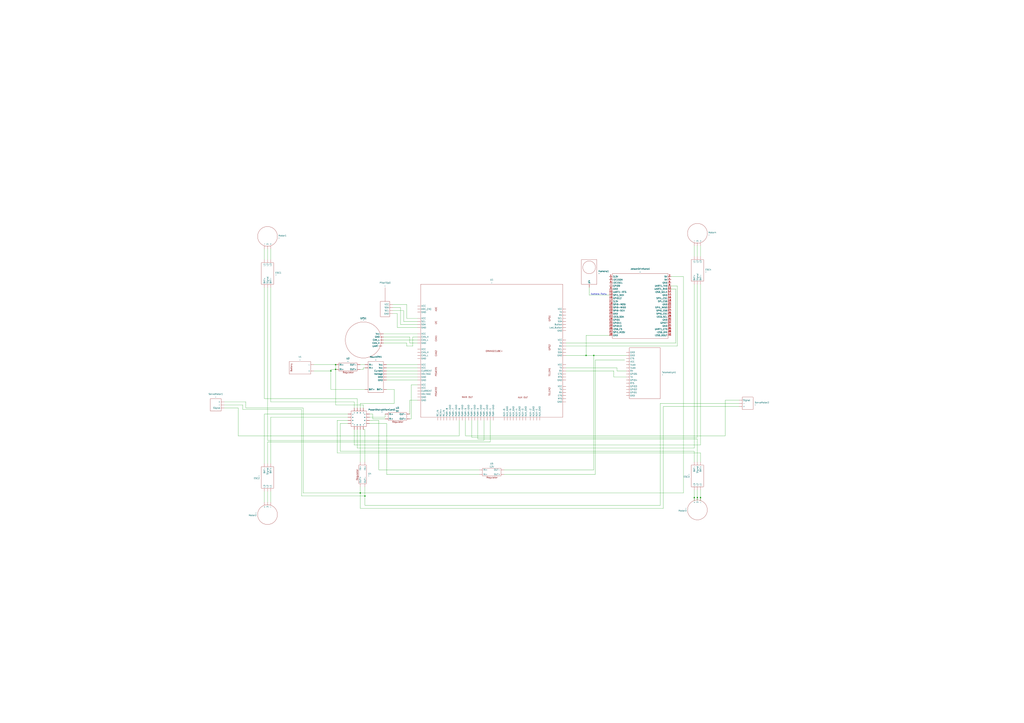
<source format=kicad_sch>
(kicad_sch (version 20231120) (generator "eeschema") (generator_version "8.0")
  (paper "A1")
  (lib_symbols
    (symbol "Battery_1"
      (property "Reference" "V" (at 0 0 0))
      (symbol "Battery_1_0_1"
        (rectangle (start -5.08 8.89) (end 5.08 -8.89))
      )
      (symbol "Battery_1_1_1"
        (text "Battery\n" (at 0.254 7.112 0) (effects (font (size 1.27 1.27))))
        (pin power_out line (at -2.54 -11.43 90) (length 2.54) (name "+") (number ""))
        (pin power_out line (at 2.54 -11.43 90) (length 2.54) (name "-") (number ""))
      )
    )
    (symbol "ESC_APD_F_Series:ESC"
      (property "Reference" "ESC" (at 0 4.064 0))
      (symbol "ESC_0_1"
        (rectangle (start -8.89 2.54) (end 8.89 -7.62))
      )
      (symbol "ESC_1_1"
        (pin power_out line (at -11.43 0 0) (length 2.54) (name "BAT+") (number ""))
        (pin power_out line (at -11.43 -5.08 0) (length 2.54) (name "BAT-") (number ""))
        (pin power_out line (at 11.43 0 180) (length 2.54) (name "L1") (number ""))
        (pin power_out line (at 11.43 -2.54 180) (length 2.54) (name "L2") (number ""))
        (pin power_out line (at 11.43 -5.08 180) (length 2.54) (name "L3") (number ""))
        (pin power_out line (at -11.43 -2.54 0) (length 2.54) (name "Signal") (number ""))
      )
    )
    (symbol "FS5115MServo:ServoMotor"
      (property "Reference" "ServoMotor" (at 0.762 3.81 0))
      (symbol "ServoMotor_0_1"
        (rectangle (start -3.81 2.54) (end 5.08 -7.62))
      )
      (symbol "ServoMotor_1_1"
        (pin power_out line (at 7.62 0 180) (length 2.54) (name "+") (number ""))
        (pin power_out line (at 7.62 -2.54 180) (length 2.54) (name "-") (number ""))
        (pin power_out line (at 7.62 -5.08 180) (length 2.54) (name "Signal") (number ""))
      )
    )
    (symbol "Here3+GPS:GPS"
      (property "Reference" "GPS" (at 0 16.51 0))
      (symbol "GPS_0_1"
        (circle (center 0 0) (radius 14.8106))
      )
      (symbol "GPS_1_1"
        (pin power_out line (at 16.51 -2.54 180) (length 2.54) (name "CAN_H") (number ""))
        (pin power_out line (at 16.51 0 180) (length 2.54) (name "CAN_L") (number ""))
        (pin power_out line (at 16.51 2.54 180) (length 2.54) (name "GND") (number ""))
        (pin power_out line (at 15.24 -5.08 180) (length 2.54) (name "UART") (number ""))
        (pin power_out line (at 16.51 5.08 180) (length 2.54) (name "Vcc") (number ""))
      )
    )
    (symbol "JetsonModelKamera:JetsonCamera"
      (property "Reference" "Kamera" (at -6.858 16.51 0))
      (symbol "JetsonCamera_0_1"
        (rectangle (start -10.16 15.24) (end 2.54 -5.08))
        (circle (center -3.81 8.89) (radius 5.2363))
      )
      (symbol "JetsonCamera_1_1"
        (pin power_out line (at -3.81 -7.62 90) (length 2.54) (name "pin") (number ""))
      )
    )
    (symbol "JetsonOrinNano:Orin_Nano"
      (property "Reference" "JetsonOrinNano" (at -18.034 26.67 0))
      (symbol "Orin_Nano_0_1"
        (rectangle (start -25.4 25.4) (end 20.32 -27.94))
      )
      (symbol "Orin_Nano_1_1"
        (pin power_out line (at -27.94 22.86 0) (length 2.54) (name "3.3V") (number "1"))
        (pin power_out line (at 22.86 12.7 180) (length 2.54) (name "UART1_RXD") (number "10"))
        (pin power_out line (at -27.94 10.16 0) (length 2.54) (name "UART1-RTS") (number "11"))
        (pin power_out line (at 22.86 10.16 180) (length 2.54) (name "I2S0_SCLK") (number "12"))
        (pin power_out line (at -27.94 7.62 0) (length 2.54) (name "SPI1_SCK") (number "13"))
        (pin power_out line (at 22.86 7.62 180) (length 2.54) (name "GND") (number "14"))
        (pin power_out line (at -27.94 5.08 0) (length 2.54) (name "GPIO12") (number "15"))
        (pin power_out line (at 22.86 5.08 180) (length 2.54) (name "SPI1_CS1") (number "16"))
        (pin power_out line (at -27.94 2.54 0) (length 2.54) (name "3.3V") (number "17"))
        (pin power_out line (at 22.86 2.54 180) (length 2.54) (name "SPI_CS0") (number "18"))
        (pin power_out line (at -27.94 0 0) (length 2.54) (name "SPI0-MOSI") (number "19"))
        (pin power_out line (at 22.86 22.86 180) (length 2.54) (name "5V") (number "2"))
        (pin power_out line (at 22.86 0 180) (length 2.54) (name "GND") (number "20"))
        (pin power_out line (at -27.94 -2.54 0) (length 2.54) (name "SPI0-MISO") (number "21"))
        (pin power_out line (at 22.86 -2.54 180) (length 2.54) (name "SPI1_MISO") (number "22"))
        (pin power_out line (at -27.94 -5.08 0) (length 2.54) (name "SPI0-SCK") (number "23"))
        (pin power_out line (at 22.86 -5.08 180) (length 2.54) (name "SPI0_CS0") (number "24"))
        (pin power_out line (at -27.94 -7.62 0) (length 2.54) (name "GND") (number "25"))
        (pin power_out line (at 22.86 -7.62 180) (length 2.54) (name "SPI0_CS1") (number "26"))
        (pin power_out line (at -27.94 -10.16 0) (length 2.54) (name "I2C0_SDA") (number "27"))
        (pin power_out line (at 22.86 -10.16 180) (length 2.54) (name "I2C0_SCL") (number "28"))
        (pin power_out line (at -27.94 -12.7 0) (length 2.54) (name "GPIO1") (number "29"))
        (pin power_out line (at -27.94 20.32 0) (length 2.54) (name "I2C1SDA") (number "3"))
        (pin power_out line (at 22.86 -12.7 180) (length 2.54) (name "GND") (number "30"))
        (pin power_out line (at -27.94 -15.24 0) (length 2.54) (name "GPIO11") (number "31"))
        (pin power_out line (at 22.86 -15.24 180) (length 2.54) (name "GPIO7") (number "32"))
        (pin power_out line (at -27.94 -17.78 0) (length 2.54) (name "GPIO13") (number "33"))
        (pin power_out line (at 22.86 -17.78 180) (length 2.54) (name "GND") (number "34"))
        (pin power_out line (at -27.94 -20.32 0) (length 2.54) (name "I2S0_FS") (number "35"))
        (pin power_out line (at 22.86 -20.32 180) (length 2.54) (name "UART1_CTS") (number "36"))
        (pin power_out line (at -27.94 -22.86 0) (length 2.54) (name "SPI1_MOSI") (number "37"))
        (pin power_out line (at 22.86 -22.86 180) (length 2.54) (name "I2S0_DIN") (number "38"))
        (pin power_out line (at -27.94 -25.4 0) (length 2.54) (name "GND") (number "39"))
        (pin power_out line (at 22.86 20.32 180) (length 2.54) (name "5V") (number "4"))
        (pin power_out line (at 22.86 -25.4 180) (length 2.54) (name "I2S0_DOUT") (number "40"))
        (pin power_out line (at -27.94 17.78 0) (length 2.54) (name "I2C1SCL") (number "5"))
        (pin power_out line (at 22.86 17.78 180) (length 2.54) (name "GND") (number "6"))
        (pin power_out line (at -27.94 15.24 0) (length 2.54) (name "GPIO9") (number "7"))
        (pin power_out line (at 22.86 15.24 180) (length 2.54) (name "UART1_TXD") (number "8"))
        (pin power_out line (at -27.94 12.7 0) (length 2.54) (name "GND") (number "9"))
      )
    )
    (symbol "PitotTube:pitottube"
      (property "Reference" "U" (at 2.54 2.54 0))
      (symbol "pitottube_0_1"
        (rectangle (start -3.81 0) (end 3.81 -12.7))
        (polyline (pts (xy 0 11.43) (xy 0 0)))
      )
      (symbol "pitottube_1_1"
        (pin power_out line (at 6.35 -10.16 180) (length 2.54) (name "GND") (number ""))
        (pin power_out line (at 6.35 -7.62 180) (length 2.54) (name "SCL") (number ""))
        (pin power_out line (at 6.35 -5.08 180) (length 2.54) (name "SDA") (number ""))
        (pin power_out line (at 6.35 -2.54 180) (length 2.54) (name "VCC") (number ""))
      )
    )
    (symbol "PowerDistrubitionCard:PowerDistrubitionCard"
      (property "Reference" "PowerDistrubitionCard" (at 17.018 7.874 0))
      (symbol "PowerDistrubitionCard_0_1"
        (rectangle (start -6.35 6.35) (end 6.35 -6.35))
      )
      (symbol "PowerDistrubitionCard_1_1"
        (pin power_out line (at -8.89 -1.27 0) (length 2.54) (name "+") (number ""))
        (pin power_out line (at -8.89 1.27 0) (length 2.54) (name "+") (number ""))
        (pin power_out line (at -1.27 -8.89 90) (length 2.54) (name "+") (number ""))
        (pin power_out line (at -1.27 8.89 270) (length 2.54) (name "+") (number ""))
        (pin power_out line (at 1.27 -8.89 90) (length 2.54) (name "+") (number ""))
        (pin power_out line (at 1.27 8.89 270) (length 2.54) (name "+") (number ""))
        (pin power_out line (at 8.89 -1.27 180) (length 2.54) (name "+") (number ""))
        (pin power_out line (at 8.89 1.27 180) (length 2.54) (name "+") (number ""))
        (pin power_out line (at -8.89 -3.81 0) (length 2.54) (name "-") (number ""))
        (pin power_out line (at -8.89 3.81 0) (length 2.54) (name "-") (number ""))
        (pin power_out line (at -3.81 -8.89 90) (length 2.54) (name "-") (number ""))
        (pin power_out line (at -3.81 8.89 270) (length 2.54) (name "-") (number ""))
        (pin power_out line (at 3.81 -8.89 90) (length 2.54) (name "-") (number ""))
        (pin power_out line (at 3.81 8.89 270) (length 2.54) (name "-") (number ""))
        (pin power_out line (at 8.89 -3.81 180) (length 2.54) (name "-") (number ""))
        (pin power_out line (at 8.89 3.81 180) (length 2.54) (name "-") (number ""))
      )
    )
    (symbol "PowerModuleMauch:Power_Module"
      (property "Reference" "MauchPM" (at -3.556 10.668 0))
      (symbol "Power_Module_0_1"
        (rectangle (start 5.08 8.89) (end -7.62 -16.51))
      )
      (symbol "Power_Module_1_1"
        (pin power_out line (at -10.16 -13.97 0) (length 2.54) (name "BAT+") (number ""))
        (pin power_out line (at 7.62 -13.97 180) (length 2.54) (name "BAT+") (number ""))
        (pin power_out line (at 7.62 1.27 180) (length 2.54) (name "Current") (number ""))
        (pin power_out line (at 7.62 -6.35 180) (length 2.54) (name "GND") (number ""))
        (pin power_out line (at 7.62 -3.81 180) (length 2.54) (name "GND") (number ""))
        (pin power_out line (at -10.16 3.81 0) (length 2.54) (name "IN+") (number ""))
        (pin power_out line (at -10.16 6.35 0) (length 2.54) (name "IN-") (number ""))
        (pin power_out line (at 7.62 3.81 180) (length 2.54) (name "Vcc") (number ""))
        (pin power_out line (at 7.62 6.35 180) (length 2.54) (name "Vcc") (number ""))
        (pin power_out line (at 7.62 -1.27 180) (length 2.54) (name "Voltage") (number ""))
      )
    )
    (symbol "ProjectLib:OrangeCube+"
      (property "Reference" "U" (at 0 0 0))
      (symbol "OrangeCube+_0_1"
        (rectangle (start -59.69 54.61) (end 57.15 -54.61))
      )
      (symbol "OrangeCube+_1_1"
        (text "ADC\n" (at -46.99 34.29 900) (effects (font (size 1.27 1.27))))
        (text "AUX OUT" (at 24.384 -38.354 0) (effects (font (size 1.27 1.27))))
        (text "CAN1\n" (at -46.99 10.16 900) (effects (font (size 1.27 1.27))))
        (text "CAN2\n" (at -46.99 -2.032 900) (effects (font (size 1.27 1.27))))
        (text "GPS1\n" (at 46.228 26.67 900) (effects (font (size 1.27 1.27))))
        (text "GPS2" (at 46.228 2.794 900) (effects (font (size 1.27 1.27))))
        (text "I2C\n" (at -46.99 23.114 900) (effects (font (size 1.27 1.27))))
        (text "MAIN OUT" (at -21.336 -38.1 0) (effects (font (size 1.27 1.27))))
        (text "ORANGECUBE+\n" (at 0.762 -0.254 0) (effects (font (size 1.27 1.27))))
        (text "POWER1" (at -46.99 -17.018 900) (effects (font (size 1.27 1.27))))
        (text "POWER2" (at -46.99 -33.528 900) (effects (font (size 1.27 1.27))))
        (text "TELEM1\n" (at 46.228 -17.526 900) (effects (font (size 1.27 1.27))))
        (text "TELEM2\n" (at 46.228 -33.528 900) (effects (font (size 1.27 1.27))))
        (pin input line (at -62.23 34.29 0) (length 2.54) (name "ADC_(IN)") (number ""))
        (pin power_in line (at 35.56 -57.15 90) (length 2.54) (name "AUX-1") (number ""))
        (pin power_in line (at 30.48 -57.15 90) (length 2.54) (name "AUX-2") (number ""))
        (pin power_in line (at 24.13 -57.15 90) (length 2.54) (name "AUX-3") (number ""))
        (pin power_in line (at 19.05 -57.15 90) (length 2.54) (name "AUX-4") (number ""))
        (pin power_in line (at 13.97 -57.15 90) (length 2.54) (name "AUX-5") (number ""))
        (pin power_in line (at 8.89 -57.15 90) (length 2.54) (name "AUX-6") (number ""))
        (pin power_in line (at 11.43 -57.15 90) (length 2.54) (name "AUX_GND") (number ""))
        (pin power_in line (at 16.51 -57.15 90) (length 2.54) (name "AUX_GND") (number ""))
        (pin power_in line (at 21.59 -57.15 90) (length 2.54) (name "AUX_GND") (number ""))
        (pin power_in line (at 26.67 -57.15 90) (length 2.54) (name "AUX_GND") (number ""))
        (pin power_in line (at 33.02 -57.15 90) (length 2.54) (name "AUX_GND") (number ""))
        (pin power_in line (at 38.1 -57.15 90) (length 2.54) (name "AUX_GND") (number ""))
        (pin input line (at 59.69 21.59 180) (length 2.54) (name "Button") (number ""))
        (pin input line (at -62.23 -1.27 0) (length 2.54) (name "CAN_H") (number ""))
        (pin input line (at -62.23 11.43 0) (length 2.54) (name "CAN_H") (number ""))
        (pin input line (at -62.23 -3.81 0) (length 2.54) (name "CAN_L") (number ""))
        (pin input line (at -62.23 8.89 0) (length 2.54) (name "CAN_L") (number ""))
        (pin input line (at 59.69 -36.83 180) (length 2.54) (name "CTS") (number ""))
        (pin input line (at 59.69 -19.05 180) (length 2.54) (name "CTS") (number ""))
        (pin power_in line (at -62.23 -33.02 0) (length 2.54) (name "CURRENT") (number ""))
        (pin power_in line (at -62.23 -16.51 0) (length 2.54) (name "CURRENT") (number ""))
        (pin power_in line (at -62.23 -40.64 0) (length 2.54) (name "GND") (number ""))
        (pin power_in line (at -62.23 -38.1 0) (length 2.54) (name "GND") (number ""))
        (pin power_in line (at -62.23 -24.13 0) (length 2.54) (name "GND") (number ""))
        (pin power_in line (at -62.23 -21.59 0) (length 2.54) (name "GND") (number ""))
        (pin power_in line (at -62.23 -6.35 0) (length 2.54) (name "GND") (number ""))
        (pin power_in line (at -62.23 6.35 0) (length 2.54) (name "GND") (number ""))
        (pin power_in line (at -62.23 19.05 0) (length 2.54) (name "GND") (number ""))
        (pin power_in line (at -62.23 31.75 0) (length 2.54) (name "GND") (number ""))
        (pin power_in line (at 59.69 -41.91 180) (length 2.54) (name "GND") (number ""))
        (pin power_in line (at 59.69 -24.13 180) (length 2.54) (name "GND") (number ""))
        (pin power_in line (at 59.69 -3.81 180) (length 2.54) (name "GND") (number ""))
        (pin power_in line (at 59.69 16.51 180) (length 2.54) (name "GND") (number ""))
        (pin input line (at 59.69 19.05 180) (length 2.54) (name "Led_Button") (number ""))
        (pin power_in line (at -2.54 -57.15 90) (length 2.54) (name "PWM-1") (number ""))
        (pin power_in line (at -7.62 -57.15 90) (length 2.54) (name "PWM-2") (number ""))
        (pin power_in line (at -12.7 -57.15 90) (length 2.54) (name "PWM-3") (number ""))
        (pin power_in line (at -17.78 -57.15 90) (length 2.54) (name "PWM-4") (number ""))
        (pin power_in line (at -22.86 -57.15 90) (length 2.54) (name "PWM-5") (number ""))
        (pin power_in line (at -27.94 -57.15 90) (length 2.54) (name "PWM-6") (number ""))
        (pin power_in line (at -33.02 -57.15 90) (length 2.54) (name "PWM-7") (number ""))
        (pin power_in line (at -38.1 -57.15 90) (length 2.54) (name "PWM-8") (number ""))
        (pin power_in line (at -35.56 -57.15 90) (length 2.54) (name "PWM-GND") (number ""))
        (pin power_in line (at -30.48 -57.15 90) (length 2.54) (name "PWM-GND") (number ""))
        (pin power_in line (at -25.4 -57.15 90) (length 2.54) (name "PWM-GND") (number ""))
        (pin power_in line (at -20.32 -57.15 90) (length 2.54) (name "PWM-GND") (number ""))
        (pin power_in line (at -15.24 -57.15 90) (length 2.54) (name "PWM-GND") (number ""))
        (pin power_in line (at -10.16 -57.15 90) (length 2.54) (name "PWM-GND") (number ""))
        (pin power_in line (at -5.08 -57.15 90) (length 2.54) (name "PWM-GND") (number ""))
        (pin power_in line (at 0 -57.15 90) (length 2.54) (name "PWM-GND") (number ""))
        (pin power_in line (at -43.18 -57.15 90) (length 2.54) (name "RCIN+") (number ""))
        (pin power_in line (at -45.72 -57.15 90) (length 2.54) (name "RC_IN") (number ""))
        (pin power_in line (at -40.64 -57.15 90) (length 2.54) (name "RC_IN") (number ""))
        (pin input line (at 59.69 -39.37 180) (length 2.54) (name "RTS") (number ""))
        (pin input line (at 59.69 -21.59 180) (length 2.54) (name "RTS") (number ""))
        (pin input line (at 59.69 -34.29 180) (length 2.54) (name "RX") (number ""))
        (pin input line (at 59.69 -16.51 180) (length 2.54) (name "RX") (number ""))
        (pin input line (at 59.69 3.81 180) (length 2.54) (name "RX") (number ""))
        (pin input line (at 59.69 29.21 180) (length 2.54) (name "RX") (number ""))
        (pin input line (at -62.23 24.13 0) (length 2.54) (name "SCL") (number ""))
        (pin input line (at 59.69 1.27 180) (length 2.54) (name "SCL") (number ""))
        (pin input line (at 59.69 26.67 180) (length 2.54) (name "SCL") (number ""))
        (pin input line (at -62.23 21.59 0) (length 2.54) (name "SDA") (number ""))
        (pin input line (at 59.69 -1.27 180) (length 2.54) (name "SDA") (number ""))
        (pin input line (at 59.69 24.13 180) (length 2.54) (name "SDA") (number ""))
        (pin input line (at 59.69 -31.75 180) (length 2.54) (name "TX") (number ""))
        (pin input line (at 59.69 -13.97 180) (length 2.54) (name "TX") (number ""))
        (pin input line (at 59.69 6.35 180) (length 2.54) (name "TX") (number ""))
        (pin input line (at 59.69 31.75 180) (length 2.54) (name "TX") (number ""))
        (pin power_in line (at -62.23 -30.48 0) (length 2.54) (name "VCC") (number ""))
        (pin power_in line (at -62.23 -27.94 0) (length 2.54) (name "VCC") (number ""))
        (pin power_in line (at -62.23 -13.97 0) (length 2.54) (name "VCC") (number ""))
        (pin power_in line (at -62.23 -11.43 0) (length 2.54) (name "VCC") (number ""))
        (pin power_in line (at -62.23 1.27 0) (length 2.54) (name "VCC") (number ""))
        (pin power_in line (at -62.23 13.97 0) (length 2.54) (name "VCC") (number ""))
        (pin power_in line (at -62.23 26.67 0) (length 2.54) (name "VCC") (number ""))
        (pin power_in line (at -62.23 36.83 0) (length 2.54) (name "VCC") (number ""))
        (pin power_in line (at 59.69 -29.21 180) (length 2.54) (name "VCC") (number ""))
        (pin power_in line (at 59.69 -11.43 180) (length 2.54) (name "VCC") (number ""))
        (pin power_in line (at 59.69 8.89 180) (length 2.54) (name "VCC") (number ""))
        (pin power_in line (at 59.69 34.29 180) (length 2.54) (name "VCC") (number ""))
        (pin power_in line (at -62.23 -35.56 0) (length 2.54) (name "VOLTAGE") (number ""))
        (pin power_in line (at -62.23 -19.05 0) (length 2.54) (name "VOLTAGE") (number ""))
      )
    )
    (symbol "Regulator:Regulator"
      (property "Reference" "U" (at 0 0 0))
      (symbol "Regulator_1_1"
        (rectangle (start -7.62 -1.27) (end 7.62 -7.62))
        (text "Regulator\n" (at 0.254 -8.89 0) (effects (font (size 1.27 1.27))))
        (pin power_out line (at -10.16 -6.35 0) (length 2.54) (name "IN+") (number ""))
        (pin power_out line (at -10.16 -2.54 0) (length 2.54) (name "IN+") (number ""))
        (pin power_out line (at 10.16 -6.35 180) (length 2.54) (name "OUT+") (number ""))
        (pin power_out line (at 10.16 -2.54 180) (length 2.54) (name "OUT-") (number ""))
      )
    )
    (symbol "TMotorU8:Motor"
      (property "Reference" "Motor" (at 0 9.398 0))
      (symbol "Motor_0_1"
        (circle (center 0 0) (radius 8.132))
      )
      (symbol "Motor_1_1"
        (pin power_out line (at 10.16 2.54 180) (length 2.54) (name "+") (number ""))
        (pin power_out line (at 10.16 -2.54 180) (length 2.54) (name "-") (number ""))
        (pin power_out line (at 10.16 0 180) (length 2.54) (name "3") (number ""))
      )
    )
    (symbol "TelemetryH16:Telemetry"
      (property "Reference" "TelemetryH16" (at -6.604 10.668 0))
      (symbol "Telemetry_0_1"
        (rectangle (start -12.7 8.89) (end 12.7 -33.02))
      )
      (symbol "Telemetry_1_1"
        (pin power_out line (at -15.24 0 0) (length 2.54) (name "CTS") (number ""))
        (pin power_out line (at -15.24 -30.48 0) (length 2.54) (name "GND") (number ""))
        (pin power_out line (at -15.24 2.54 0) (length 2.54) (name "GND") (number ""))
        (pin power_out line (at -15.24 5.08 0) (length 2.54) (name "GND") (number ""))
        (pin power_out line (at -15.24 -27.94 0) (length 2.54) (name "GPIO1") (number ""))
        (pin power_out line (at -15.24 -25.4 0) (length 2.54) (name "GPIO2") (number ""))
        (pin power_out line (at -15.24 -22.86 0) (length 2.54) (name "GPIO3") (number ""))
        (pin power_out line (at -15.24 -17.78 0) (length 2.54) (name "GPIO4") (number ""))
        (pin power_out line (at -15.24 -12.7 0) (length 2.54) (name "GPIO5") (number ""))
        (pin power_out line (at -15.24 -20.32 0) (length 2.54) (name "RTS") (number ""))
        (pin power_out line (at -15.24 -10.16 0) (length 2.54) (name "RX") (number ""))
        (pin power_out line (at -15.24 -15.24 0) (length 2.54) (name "TX") (number ""))
        (pin power_out line (at -15.2818 -2.6072 0) (length 2.54) (name "VCC") (number ""))
        (pin power_out line (at -15.24 -7.62 0) (length 2.54) (name "Vusb") (number ""))
        (pin power_out line (at -15.24 -5.08 0) (length 2.54) (name "Vusb") (number ""))
      )
    )
  )
  (junction (at 275.59 303.53))
  (junction (at 572.77 408.94))
  (junction (at 575.31 408.94))
  (junction (at 299.72 407.67))
  (junction (at 275.59 299.72))
  (junction (at 271.78 304.8))
  (junction (at 487.68 292.1))
  (junction (at 570.23 408.94))
  (junction (at 295.91 405.13))
  (junction (at 481.33 292.1))
  (wire (pts (xy 561.34 405.13) (xy 295.91 405.13)))
  (wire (pts (xy 570.23 411.48) (xy 570.23 408.94)))
  (wire (pts (xy 464.82 304.8) (xy 504.19 304.8)))
  (wire (pts (xy 275.59 299.72) (xy 275.59 303.53)))
  (wire (pts (xy 326.39 257.81) (xy 326.39 269.24)))
  (wire (pts (xy 285.75 340.36) (xy 217.17 340.36)))
  (wire (pts (xy 481.33 292.1) (xy 481.33 275.59)))
  (wire (pts (xy 295.91 379.73) (xy 295.91 353.06)))
  (wire (pts (xy 336.55 281.94) (xy 342.9 281.94)))
  (wire (pts (xy 554.99 237.49) (xy 551.18 237.49)))
  (wire (pts (xy 551.18 227.33) (xy 561.34 227.33)))
  (wire (pts (xy 483.87 236.22) (xy 483.87 242.57)))
  (wire (pts (xy 336.55 344.17) (xy 337.82 344.17)))
  (wire (pts (xy 317.5 304.8) (xy 342.9 304.8)))
  (wire (pts (xy 290.83 365.76) (xy 575.31 365.76)))
  (wire (pts (xy 570.23 370.84) (xy 279.4 370.84)))
  (wire (pts (xy 402.59 345.44) (xy 402.59 363.22)))
  (wire (pts (xy 222.25 342.9) (xy 222.25 381)))
  (wire (pts (xy 290.83 330.2) (xy 222.25 330.2)))
  (wire (pts (xy 337.82 316.23) (xy 342.9 316.23)))
  (wire (pts (xy 201.93 330.2) (xy 184.15 330.2)))
  (wire (pts (xy 317.5 307.34) (xy 342.9 307.34)))
  (wire (pts (xy 314.96 274.32) (xy 342.9 274.32)))
  (wire (pts (xy 295.91 405.13) (xy 248.92 405.13)))
  (wire (pts (xy 316.23 342.9) (xy 316.23 340.36)))
  (wire (pts (xy 219.71 204.47) (xy 219.71 213.36)))
  (wire (pts (xy 299.72 415.29) (xy 299.72 407.67)))
  (wire (pts (xy 217.17 327.66) (xy 217.17 236.22)))
  (wire (pts (xy 556.26 234.95) (xy 551.18 234.95)))
  (wire (pts (xy 271.78 303.53) (xy 275.59 303.53)))
  (wire (pts (xy 222.25 330.2) (xy 222.25 236.22)))
  (wire (pts (xy 336.55 340.36) (xy 336.55 328.93)))
  (wire (pts (xy 572.77 411.48) (xy 572.77 408.94)))
  (wire (pts (xy 326.39 269.24) (xy 342.9 269.24)))
  (wire (pts (xy 331.47 255.27) (xy 322.58 255.27)))
  (wire (pts (xy 314.96 279.4) (xy 342.9 279.4)))
  (wire (pts (xy 570.23 233.68) (xy 570.23 368.3)))
  (wire (pts (xy 298.45 303.53) (xy 298.45 302.26)))
  (wire (pts (xy 556.26 284.48) (xy 556.26 234.95)))
  (wire (pts (xy 393.7 389.89) (xy 317.5 389.89)))
  (wire (pts (xy 293.37 368.3) (xy 293.37 353.06)))
  (wire (pts (xy 311.15 386.08) (xy 393.7 386.08)))
  (wire (pts (xy 299.72 353.06) (xy 298.45 353.06)))
  (wire (pts (xy 483.87 242.57) (xy 500.38 242.57)))
  (wire (pts (xy 199.39 336.55) (xy 199.39 332.74)))
  (wire (pts (xy 317.5 302.26) (xy 342.9 302.26)))
  (wire (pts (xy 328.93 266.7) (xy 328.93 252.73)))
  (wire (pts (xy 293.37 335.28) (xy 293.37 327.66)))
  (wire (pts (xy 295.91 331.47) (xy 295.91 335.28)))
  (wire (pts (xy 317.5 312.42) (xy 342.9 312.42)))
  (wire (pts (xy 285.75 345.44) (xy 276.86 345.44)))
  (wire (pts (xy 402.59 363.22) (xy 219.71 363.22)))
  (wire (pts (xy 487.68 292.1) (xy 514.35 292.1)))
  (wire (pts (xy 271.78 304.8) (xy 271.78 303.53)))
  (wire (pts (xy 314.96 276.86) (xy 336.55 276.86)))
  (wire (pts (xy 219.71 361.95) (xy 219.71 236.22)))
  (wire (pts (xy 303.53 340.36) (xy 306.07 340.36)))
  (wire (pts (xy 544.83 417.83) (xy 544.83 334.01)))
  (wire (pts (xy 299.72 320.04) (xy 271.78 320.04)))
  (wire (pts (xy 572.77 201.93) (xy 572.77 210.82)))
  (wire (pts (xy 382.27 345.44) (xy 382.27 358.14)))
  (wire (pts (xy 575.31 411.48) (xy 575.31 408.94)))
  (wire (pts (xy 397.51 345.44) (xy 397.51 361.95)))
  (wire (pts (xy 323.85 320.04) (xy 323.85 331.47)))
  (wire (pts (xy 295.91 417.83) (xy 544.83 417.83)))
  (wire (pts (xy 542.29 415.29) (xy 299.72 415.29)))
  (wire (pts (xy 572.77 402.59) (xy 572.77 408.94)))
  (wire (pts (xy 317.5 389.89) (xy 317.5 347.98)))
  (wire (pts (xy 504.19 309.88) (xy 514.35 309.88)))
  (wire (pts (xy 271.78 304.8) (xy 271.78 320.04)))
  (wire (pts (xy 275.59 332.74) (xy 298.45 332.74)))
  (wire (pts (xy 279.4 347.98) (xy 285.75 347.98)))
  (wire (pts (xy 217.17 412.75) (xy 217.17 403.86)))
  (wire (pts (xy 257.81 304.8) (xy 271.78 304.8)))
  (wire (pts (xy 322.58 250.19) (xy 334.01 250.19)))
  (wire (pts (xy 337.82 344.17) (xy 337.82 316.23)))
  (wire (pts (xy 195.58 358.14) (xy 195.58 335.28)))
  (wire (pts (xy 295.91 400.05) (xy 295.91 405.13)))
  (wire (pts (xy 572.77 360.68) (xy 572.77 379.73)))
  (wire (pts (xy 276.86 345.44) (xy 276.86 372.11)))
  (wire (pts (xy 570.23 201.93) (xy 570.23 210.82)))
  (wire (pts (xy 595.63 358.14) (xy 595.63 328.93)))
  (wire (pts (xy 392.43 360.68) (xy 572.77 360.68)))
  (wire (pts (xy 336.55 276.86) (xy 336.55 281.94)))
  (wire (pts (xy 299.72 400.05) (xy 299.72 407.67)))
  (wire (pts (xy 342.9 266.7) (xy 328.93 266.7)))
  (wire (pts (xy 219.71 363.22) (xy 219.71 381)))
  (wire (pts (xy 572.77 359.41) (xy 572.77 233.68)))
  (wire (pts (xy 275.59 303.53) (xy 275.59 332.74)))
  (wire (pts (xy 328.93 252.73) (xy 322.58 252.73)))
  (wire (pts (xy 607.06 331.47) (xy 542.29 331.47)))
  (wire (pts (xy 336.55 328.93) (xy 342.9 328.93)))
  (wire (pts (xy 298.45 302.26) (xy 299.72 302.26)))
  (wire (pts (xy 317.5 347.98) (xy 303.53 347.98)))
  (wire (pts (xy 464.82 302.26) (xy 506.73 302.26)))
  (wire (pts (xy 506.73 302.26) (xy 506.73 304.8)))
  (wire (pts (xy 542.29 331.47) (xy 542.29 415.29)))
  (wire (pts (xy 317.5 309.88) (xy 342.9 309.88)))
  (wire (pts (xy 222.25 412.75) (xy 222.25 403.86)))
  (wire (pts (xy 488.95 389.89) (xy 414.02 389.89)))
  (wire (pts (xy 487.68 386.08) (xy 487.68 292.1)))
  (wire (pts (xy 222.25 204.47) (xy 222.25 213.36)))
  (wire (pts (xy 334.01 250.19) (xy 334.01 261.62)))
  (wire (pts (xy 217.17 340.36) (xy 217.17 381)))
  (wire (pts (xy 299.72 379.73) (xy 299.72 353.06)))
  (wire (pts (xy 339.09 276.86) (xy 342.9 276.86)))
  (wire (pts (xy 295.91 303.53) (xy 298.45 303.53)))
  (wire (pts (xy 303.53 342.9) (xy 316.23 342.9)))
  (wire (pts (xy 544.83 334.01) (xy 607.06 334.01)))
  (wire (pts (xy 575.31 408.94) (xy 575.31 402.59)))
  (wire (pts (xy 219.71 412.75) (xy 219.71 403.86)))
  (wire (pts (xy 285.75 342.9) (xy 222.25 342.9)))
  (wire (pts (xy 481.33 292.1) (xy 487.68 292.1)))
  (wire (pts (xy 334.01 284.48) (xy 339.09 284.48)))
  (wire (pts (xy 317.5 320.04) (xy 323.85 320.04)))
  (wire (pts (xy 257.81 299.72) (xy 275.59 299.72)))
  (wire (pts (xy 575.31 201.93) (xy 575.31 210.82)))
  (wire (pts (xy 342.9 264.16) (xy 331.47 264.16)))
  (wire (pts (xy 382.27 358.14) (xy 595.63 358.14)))
  (wire (pts (xy 506.73 304.8) (xy 514.35 304.8)))
  (wire (pts (xy 201.93 335.28) (xy 201.93 330.2)))
  (wire (pts (xy 464.82 292.1) (xy 481.33 292.1)))
  (wire (pts (xy 306.07 344.17) (xy 316.23 344.17)))
  (wire (pts (xy 464.82 284.48) (xy 556.26 284.48)))
  (wire (pts (xy 377.19 358.14) (xy 195.58 358.14)))
  (wire (pts (xy 195.58 335.28) (xy 184.15 335.28)))
  (wire (pts (xy 513.08 295.91) (xy 488.95 295.91)))
  (wire (pts (xy 561.34 227.33) (xy 561.34 405.13)))
  (wire (pts (xy 247.65 336.55) (xy 199.39 336.55)))
  (wire (pts (xy 414.02 386.08) (xy 487.68 386.08)))
  (wire (pts (xy 295.91 405.13) (xy 295.91 417.83)))
  (wire (pts (xy 397.51 361.95) (xy 219.71 361.95)))
  (wire (pts (xy 322.58 257.81) (xy 326.39 257.81)))
  (wire (pts (xy 488.95 295.91) (xy 488.95 389.89)))
  (wire (pts (xy 295.91 299.72) (xy 299.72 299.72)))
  (wire (pts (xy 339.09 284.48) (xy 339.09 276.86)))
  (wire (pts (xy 248.92 405.13) (xy 248.92 335.28)))
  (wire (pts (xy 303.53 345.44) (xy 311.15 345.44)))
  (wire (pts (xy 184.15 332.74) (xy 199.39 332.74)))
  (wire (pts (xy 554.99 281.94) (xy 554.99 237.49)))
  (wire (pts (xy 570.23 368.3) (xy 293.37 368.3)))
  (wire (pts (xy 290.83 335.28) (xy 290.83 330.2)))
  (wire (pts (xy 570.23 402.59) (xy 570.23 408.94)))
  (wire (pts (xy 217.17 204.47) (xy 217.17 213.36)))
  (wire (pts (xy 331.47 255.27) (xy 331.47 264.16)))
  (wire (pts (xy 481.33 275.59) (xy 500.38 275.59)))
  (wire (pts (xy 217.17 327.66) (xy 293.37 327.66)))
  (wire (pts (xy 377.19 345.44) (xy 377.19 358.14)))
  (wire (pts (xy 504.19 304.8) (xy 504.19 309.88)))
  (wire (pts (xy 570.23 370.84) (xy 570.23 379.73)))
  (wire (pts (xy 317.5 299.72) (xy 342.9 299.72)))
  (wire (pts (xy 392.43 345.44) (xy 392.43 360.68)))
  (wire (pts (xy 575.31 365.76) (xy 575.31 233.68)))
  (wire (pts (xy 387.35 359.41) (xy 572.77 359.41)))
  (wire (pts (xy 314.96 281.94) (xy 334.01 281.94)))
  (wire (pts (xy 334.01 281.94) (xy 334.01 284.48)))
  (wire (pts (xy 595.63 328.93) (xy 607.06 328.93)))
  (wire (pts (xy 299.72 407.67) (xy 247.65 407.67)))
  (wire (pts (xy 464.82 281.94) (xy 554.99 281.94)))
  (wire (pts (xy 247.65 407.67) (xy 247.65 336.55)))
  (wire (pts (xy 298.45 332.74) (xy 298.45 335.28)))
  (wire (pts (xy 279.4 370.84) (xy 279.4 347.98)))
  (wire (pts (xy 575.31 372.11) (xy 575.31 379.73)))
  (wire (pts (xy 311.15 345.44) (xy 311.15 386.08)))
  (wire (pts (xy 323.85 331.47) (xy 295.91 331.47)))
  (wire (pts (xy 276.86 372.11) (xy 575.31 372.11)))
  (wire (pts (xy 201.93 335.28) (xy 248.92 335.28)))
  (wire (pts (xy 387.35 345.44) (xy 387.35 359.41)))
  (wire (pts (xy 334.01 261.62) (xy 342.9 261.62)))
  (wire (pts (xy 306.07 344.17) (xy 306.07 340.36)))
  (wire (pts (xy 290.83 353.06) (xy 290.83 365.76)))
  (text "Kamera Portu\n" (at 491.744 241.808 0) (effects (font (size 1.27 1.27))))
  (symbol (lib_id "PitotTube:pitottube") (at 316.23 247.65 0) (unit 1)
    (property "Reference" "PitotTüpü" (at 316.23 232.41 0))
    (property "Value" "~" (at 316.23 234.95 0))
  )
  (symbol (lib_name "Regulator:Regulator") (lib_id "Regulator:Regulator") (at 326.39 337.82 0) (unit 1)
    (property "Reference" "U3" (at 326.39 335.28 0))
    (property "Value" "5V" (at 326.39 337.82 0))
  )
  (symbol (lib_name "Regulator:Regulator") (lib_id "Regulator:Regulator") (at 403.86 383.54 0) (unit 1)
    (property "Reference" "U5" (at 403.86 381 0))
    (property "Value" "12V" (at 403.86 383.54 0))
  )
  (symbol (lib_id "ProjectLib:OrangeCube+") (at 405.13 288.29 0) (unit 1)
    (property "Reference" "U1" (at 403.86 229.87 0))
    (property "Value" "~" (at 403.86 232.41 0))
  )
  (symbol (lib_id "PowerDistrubitionCard:PowerDistrubitionCard") (at 294.64 344.17 0) (unit 1)
    (property "Reference" "PowerDistrubitionCard1" (at 313.69 336.6768 0))
    (property "Value" "~" (at 313.69 338.5819 0))
  )
  (symbol (lib_name "ESC_APD_F_Series:ESC") (lib_id "ESC_APD_F_Series:ESC") (at 575.31 391.16 270) (unit 1)
    (property "Reference" "ESC3" (at 566.42 391.7951 90) (effects (justify right)))
    (property "Value" "~" (at 566.42 389.89 90) (effects (justify right)))
  )
  (symbol (lib_name "TMotorU8:Motor") (lib_id "TMotorU8:Motor") (at 219.71 422.91 90) (unit 1)
    (property "Reference" "Motor2" (at 210.82 423.5451 90) (effects (justify left)))
    (property "Value" "~" (at 210.82 421.64 90) (effects (justify left)))
  )
  (symbol (lib_name "Regulator:Regulator") (lib_id "Regulator:Regulator") (at 302.26 389.89 270) (unit 1)
    (property "Reference" "U4" (at 302.26 389.2549 90) (effects (justify left)))
    (property "Value" "~" (at 302.26 391.16 90) (effects (justify left)))
  )
  (symbol (lib_name "ESC_APD_F_Series:ESC") (lib_id "ESC_APD_F_Series:ESC") (at 217.17 224.79 90) (unit 1)
    (property "Reference" "ESC1" (at 226.06 224.1549 90) (effects (justify right)))
    (property "Value" "~" (at 226.06 226.06 90) (effects (justify right)))
  )
  (symbol (lib_name "TMotorU8:Motor") (lib_id "TMotorU8:Motor") (at 219.71 194.31 270) (unit 1)
    (property "Reference" "Motor1" (at 228.6 193.6749 90) (effects (justify left)))
    (property "Value" "~" (at 228.6 195.58 90) (effects (justify left)))
  )
  (symbol (lib_name "ESC_APD_F_Series:ESC") (lib_id "ESC_APD_F_Series:ESC") (at 570.23 222.25 90) (unit 1)
    (property "Reference" "ESC4" (at 579.12 221.6149 90) (effects (justify right)))
    (property "Value" "~" (at 579.12 223.52 90) (effects (justify right)))
  )
  (symbol (lib_id "PowerModuleMauch:Power_Module") (at 309.88 306.07 0) (unit 1)
    (property "Reference" "MauchPM1" (at 308.61 293.37 0))
    (property "Value" "~" (at 308.61 295.91 0))
  )
  (symbol (lib_id "TelemetryH16:Telemetry") (at 529.59 294.64 0) (unit 1)
    (property "Reference" "TelemetryH1" (at 543.56 306.0699 0) (effects (justify left)))
    (property "Value" "~" (at 543.56 307.975 0) (effects (justify left)))
  )
  (symbol (lib_name "ESC_APD_F_Series:ESC") (lib_id "ESC_APD_F_Series:ESC") (at 222.25 392.43 270) (unit 1)
    (property "Reference" "ESC2" (at 213.36 393.0651 90) (effects (justify right)))
    (property "Value" "~" (at 213.36 391.16 90) (effects (justify right)))
  )
  (symbol (lib_id "FS5115MServo:ServoMotor") (at 176.53 330.2 0) (unit 1)
    (property "Reference" "ServoMotor1" (at 177.165 323.85 0))
    (property "Value" "~" (at 177.165 326.39 0))
  )
  (symbol (lib_name "Battery_1") (lib_id "Battery:Battery") (at 246.38 302.26 90) (unit 1)
    (property "Reference" "V1" (at 246.38 293.37 90))
    (property "Value" "~" (at 246.38 295.91 90))
  )
  (symbol (lib_name "FS5115MServo:ServoMotor") (lib_id "FS5115MServo:ServoMotor") (at 614.68 334.01 180) (unit 1)
    (property "Reference" "ServoMotor2" (at 619.76 330.8349 0) (effects (justify right)))
    (property "Value" "~" (at 619.76 332.74 0) (effects (justify right)))
  )
  (symbol (lib_id "Here3+GPS:GPS") (at 298.45 279.4 0) (unit 1)
    (property "Reference" "GPS1" (at 298.45 261.62 0))
    (property "Value" "~" (at 298.45 262.89 0))
  )
  (symbol (lib_id "JetsonModelKamera:JetsonCamera") (at 487.68 228.6 0) (unit 1)
    (property "Reference" "Kamera1" (at 491.49 222.8849 0) (effects (justify left)))
    (property "Value" "~" (at 491.49 224.79 0) (effects (justify left)))
  )
  (symbol (lib_id "JetsonOrinNano:Orin_Nano") (at 528.32 250.19 0) (unit 1)
    (property "Reference" "JetsonOrinNano1" (at 525.78 220.98 0))
    (property "Value" "~" (at 525.78 223.52 0))
  )
  (symbol (lib_id "Regulator:Regulator") (at 285.75 297.18 0) (unit 1)
    (property "Reference" "U2" (at 285.75 294.64 0))
    (property "Value" "~" (at 285.75 297.18 0))
  )
  (symbol (lib_name "TMotorU8:Motor") (lib_id "TMotorU8:Motor") (at 572.77 419.1 90) (unit 1)
    (property "Reference" "Motor3" (at 563.88 419.7351 90) (effects (justify left)))
    (property "Value" "~" (at 563.88 417.83 90) (effects (justify left)))
  )
  (symbol (lib_name "TMotorU8:Motor") (lib_id "TMotorU8:Motor") (at 572.77 191.77 270) (unit 1)
    (property "Reference" "Motor4" (at 581.66 191.1349 90) (effects (justify left)))
    (property "Value" "~" (at 581.66 193.04 90) (effects (justify left)))
  )
)
</source>
